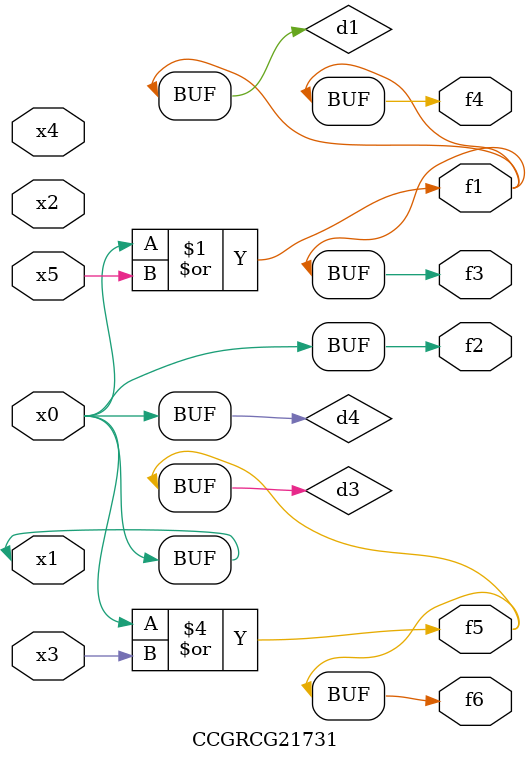
<source format=v>
module CCGRCG21731(
	input x0, x1, x2, x3, x4, x5,
	output f1, f2, f3, f4, f5, f6
);

	wire d1, d2, d3, d4;

	or (d1, x0, x5);
	xnor (d2, x1, x4);
	or (d3, x0, x3);
	buf (d4, x0, x1);
	assign f1 = d1;
	assign f2 = d4;
	assign f3 = d1;
	assign f4 = d1;
	assign f5 = d3;
	assign f6 = d3;
endmodule

</source>
